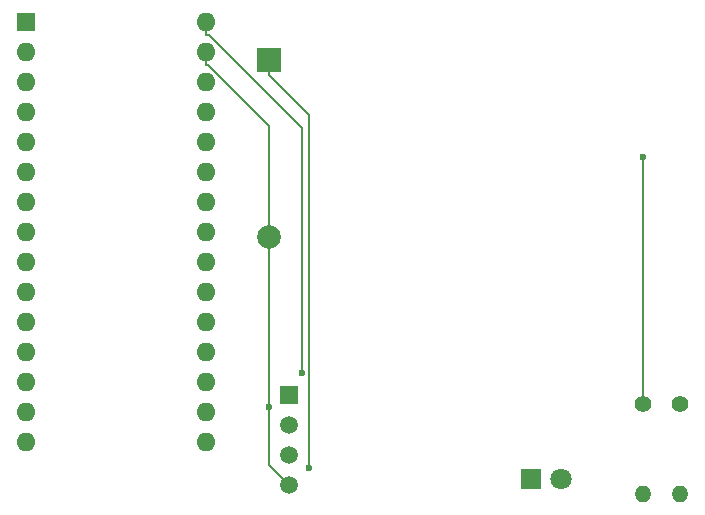
<source format=gbr>
%TF.GenerationSoftware,KiCad,Pcbnew,8.0.8*%
%TF.CreationDate,2025-02-19T23:16:59+00:00*%
%TF.ProjectId,ESP32-Project,45535033-322d-4507-926f-6a6563742e6b,rev?*%
%TF.SameCoordinates,Original*%
%TF.FileFunction,Copper,L2,Bot*%
%TF.FilePolarity,Positive*%
%FSLAX46Y46*%
G04 Gerber Fmt 4.6, Leading zero omitted, Abs format (unit mm)*
G04 Created by KiCad (PCBNEW 8.0.8) date 2025-02-19 23:16:59*
%MOMM*%
%LPD*%
G01*
G04 APERTURE LIST*
%TA.AperFunction,ComponentPad*%
%ADD10R,1.500000X1.500000*%
%TD*%
%TA.AperFunction,ComponentPad*%
%ADD11C,1.500000*%
%TD*%
%TA.AperFunction,ComponentPad*%
%ADD12C,1.400000*%
%TD*%
%TA.AperFunction,ComponentPad*%
%ADD13O,1.400000X1.400000*%
%TD*%
%TA.AperFunction,ComponentPad*%
%ADD14R,1.800000X1.800000*%
%TD*%
%TA.AperFunction,ComponentPad*%
%ADD15C,1.800000*%
%TD*%
%TA.AperFunction,ComponentPad*%
%ADD16C,2.000000*%
%TD*%
%TA.AperFunction,ComponentPad*%
%ADD17R,2.000000X2.000000*%
%TD*%
%TA.AperFunction,ComponentPad*%
%ADD18R,1.600000X1.600000*%
%TD*%
%TA.AperFunction,ComponentPad*%
%ADD19O,1.600000X1.600000*%
%TD*%
%TA.AperFunction,ViaPad*%
%ADD20C,0.600000*%
%TD*%
%TA.AperFunction,Conductor*%
%ADD21C,0.200000*%
%TD*%
G04 APERTURE END LIST*
D10*
%TO.P,U1,1,VDD*%
%TO.N,Net-(A1-3V3)*%
X57500000Y-72880000D03*
D11*
%TO.P,U1,2,DATA*%
%TO.N,Net-(U1-DATA)*%
X57500000Y-75420000D03*
%TO.P,U1,3,NC*%
%TO.N,unconnected-(U1-NC-Pad3)*%
X57500000Y-77960000D03*
%TO.P,U1,4,GND*%
%TO.N,GND*%
X57500000Y-80500000D03*
%TD*%
D12*
%TO.P,R2,1*%
%TO.N,Net-(A1-D2)*%
X87500000Y-73690000D03*
D13*
%TO.P,R2,2*%
%TO.N,Net-(D1-A)*%
X87500000Y-81310000D03*
%TD*%
D12*
%TO.P,R1,1*%
%TO.N,Net-(A1-D4)*%
X90650000Y-73690000D03*
D13*
%TO.P,R1,2*%
%TO.N,Net-(U1-DATA)*%
X90650000Y-81310000D03*
%TD*%
D14*
%TO.P,D1,1,K*%
%TO.N,GND*%
X78000000Y-80000000D03*
D15*
%TO.P,D1,2,A*%
%TO.N,Net-(D1-A)*%
X80540000Y-80000000D03*
%TD*%
D16*
%TO.P,BT1,2,-*%
%TO.N,GND*%
X55835000Y-59495000D03*
D17*
%TO.P,BT1,1,+*%
%TO.N,Net-(BT1-+)*%
X55835000Y-44505000D03*
%TD*%
D18*
%TO.P,A1,1,D1/TX*%
%TO.N,unconnected-(A1-D1{slash}TX-Pad1)*%
X35260000Y-41300000D03*
D19*
%TO.P,A1,2,D0/RX*%
%TO.N,unconnected-(A1-D0{slash}RX-Pad2)*%
X35260000Y-43840000D03*
%TO.P,A1,3,~{RESET}*%
%TO.N,unconnected-(A1-~{RESET}-Pad3)*%
X35260000Y-46380000D03*
%TO.P,A1,4,GND*%
%TO.N,GND*%
X35260000Y-48920000D03*
%TO.P,A1,5,D2*%
%TO.N,Net-(A1-D2)*%
X35260000Y-51460000D03*
%TO.P,A1,6,D3*%
%TO.N,unconnected-(A1-D3-Pad6)*%
X35260000Y-54000000D03*
%TO.P,A1,7,D4*%
%TO.N,Net-(A1-D4)*%
X35260000Y-56540000D03*
%TO.P,A1,8,D5*%
%TO.N,unconnected-(A1-D5-Pad8)*%
X35260000Y-59080000D03*
%TO.P,A1,9,D6*%
%TO.N,unconnected-(A1-D6-Pad9)*%
X35260000Y-61620000D03*
%TO.P,A1,10,D7*%
%TO.N,unconnected-(A1-D7-Pad10)*%
X35260000Y-64160000D03*
%TO.P,A1,11,D8*%
%TO.N,unconnected-(A1-D8-Pad11)*%
X35260000Y-66700000D03*
%TO.P,A1,12,D9*%
%TO.N,unconnected-(A1-D9-Pad12)*%
X35260000Y-69240000D03*
%TO.P,A1,13,D10/CS*%
%TO.N,unconnected-(A1-D10{slash}CS-Pad13)*%
X35260000Y-71780000D03*
%TO.P,A1,14,D11/COPI*%
%TO.N,unconnected-(A1-D11{slash}COPI-Pad14)*%
X35260000Y-74320000D03*
%TO.P,A1,15,D12/CIPO*%
%TO.N,unconnected-(A1-D12{slash}CIPO-Pad15)*%
X35260000Y-76860000D03*
%TO.P,A1,16,D13/SCK*%
%TO.N,unconnected-(A1-D13{slash}SCK-Pad16)*%
X50500000Y-76860000D03*
%TO.P,A1,17,3V3*%
%TO.N,Net-(A1-3V3)*%
X50500000Y-74320000D03*
%TO.P,A1,18,B0*%
%TO.N,unconnected-(A1-B0-Pad18)*%
X50500000Y-71780000D03*
%TO.P,A1,19,A0*%
%TO.N,unconnected-(A1-A0-Pad19)*%
X50500000Y-69240000D03*
%TO.P,A1,20,A1*%
%TO.N,unconnected-(A1-A1-Pad20)*%
X50500000Y-66700000D03*
%TO.P,A1,21,A2*%
%TO.N,unconnected-(A1-A2-Pad21)*%
X50500000Y-64160000D03*
%TO.P,A1,22,A3*%
%TO.N,unconnected-(A1-A3-Pad22)*%
X50500000Y-61620000D03*
%TO.P,A1,23,SDA/A4*%
%TO.N,unconnected-(A1-SDA{slash}A4-Pad23)*%
X50500000Y-59080000D03*
%TO.P,A1,24,SCL/A5*%
%TO.N,unconnected-(A1-SCL{slash}A5-Pad24)*%
X50500000Y-56540000D03*
%TO.P,A1,25,A6*%
%TO.N,unconnected-(A1-A6-Pad25)*%
X50500000Y-54000000D03*
%TO.P,A1,26,A7*%
%TO.N,unconnected-(A1-A7-Pad26)*%
X50500000Y-51460000D03*
%TO.P,A1,27,VUSB/5V*%
%TO.N,unconnected-(A1-VUSB{slash}5V-Pad27)*%
X50500000Y-48920000D03*
%TO.P,A1,28,B1*%
%TO.N,unconnected-(A1-B1-Pad28)*%
X50500000Y-46380000D03*
%TO.P,A1,29,GND*%
%TO.N,GND*%
X50500000Y-43840000D03*
%TO.P,A1,30,VIN*%
%TO.N,Net-(A1-VIN)*%
X50500000Y-41300000D03*
%TD*%
D20*
%TO.N,Net-(BT1-+)*%
X59241200Y-79091800D03*
%TO.N,Net-(A1-VIN)*%
X58637500Y-71059700D03*
%TO.N,Net-(A1-D2)*%
X87500000Y-52730000D03*
%TO.N,GND*%
X55835000Y-73934200D03*
%TD*%
D21*
%TO.N,Net-(BT1-+)*%
X55835000Y-44505000D02*
X55835000Y-45806700D01*
X59241200Y-49212900D02*
X59241200Y-79091800D01*
X55835000Y-45806700D02*
X59241200Y-49212900D01*
%TO.N,Net-(A1-VIN)*%
X50500000Y-41300000D02*
X50500000Y-42401700D01*
X58637500Y-50310900D02*
X58637500Y-71059700D01*
X50728300Y-42401700D02*
X58637500Y-50310900D01*
X50500000Y-42401700D02*
X50728300Y-42401700D01*
%TO.N,Net-(A1-D2)*%
X87500000Y-73690000D02*
X87500000Y-52730000D01*
%TO.N,GND*%
X50500000Y-43840000D02*
X50500000Y-44941700D01*
X55835000Y-50139000D02*
X55835000Y-59495000D01*
X50637700Y-44941700D02*
X55835000Y-50139000D01*
X50500000Y-44941700D02*
X50637700Y-44941700D01*
X55835000Y-59495000D02*
X55835000Y-73934200D01*
X55835000Y-78835000D02*
X57500000Y-80500000D01*
X55835000Y-73934200D02*
X55835000Y-78835000D01*
%TD*%
M02*

</source>
